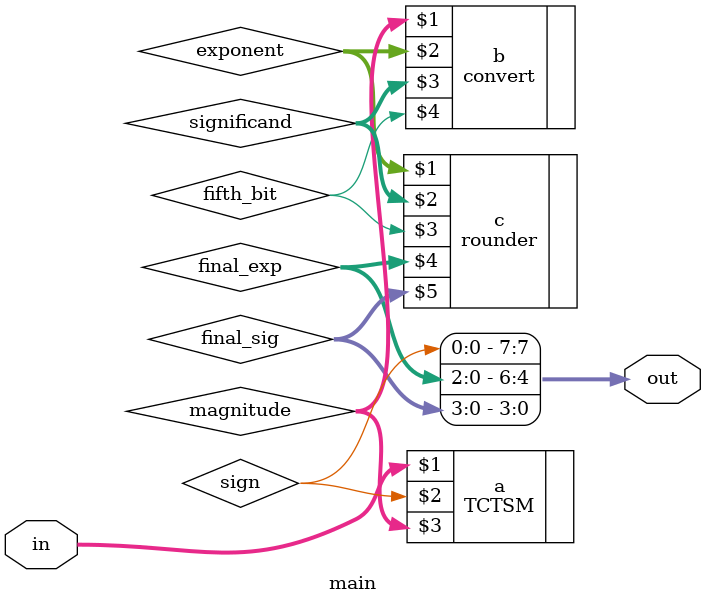
<source format=v>
`include "TCTSM.v"
`include "convert.v"
`include "rounder.v"
module main(
    input  [11:0] in, // linear encoding (two's complement)
    output [7:0]  out // floating point output
);

wire sign;
wire [10:0] magnitude;
wire  [2:0] exponent;
wire  [3:0] significand;
wire fifth_bit;

wire  [2:0] final_exp;
wire  [3:0] final_sig;

  TCTSM a(in, sign, magnitude);
convert b(magnitude, exponent, significand, fifth_bit);
rounder c(exponent, significand, fifth_bit, final_exp, final_sig);

assign out[7]   = sign;
assign out[6:4] = final_exp;
assign out[3:0] = final_sig;

endmodule

</source>
